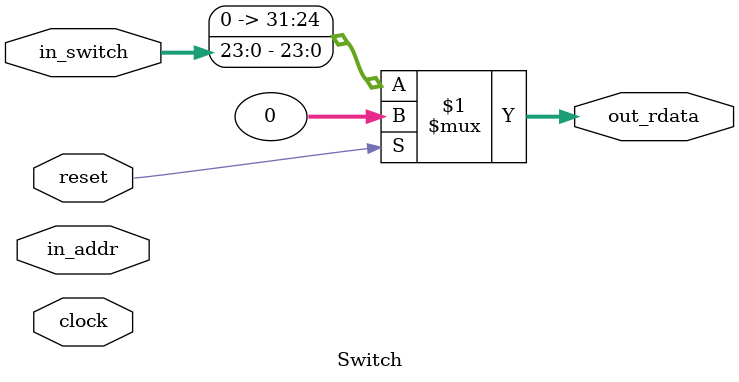
<source format=sv>
module Switch(
  input         clock,
                reset,
  input  [11:0] in_addr,
  input  [23:0] in_switch,
  output [31:0] out_rdata
);

  assign out_rdata = reset ? 32'h0 : {8'h0, in_switch};
endmodule


</source>
